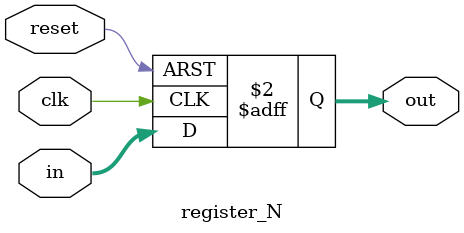
<source format=v>
`timescale 1ns / 1ps

module register_N
    #(parameter SIZE = 8)(
     output reg[SIZE-1:0] out,
     input[SIZE-1:0] in,
     input clk, reset
    );
    
    always@(posedge clk, posedge reset) begin
        if(reset) out <= {SIZE{1'b0}};
        else out <= in;
    end
    
endmodule

</source>
